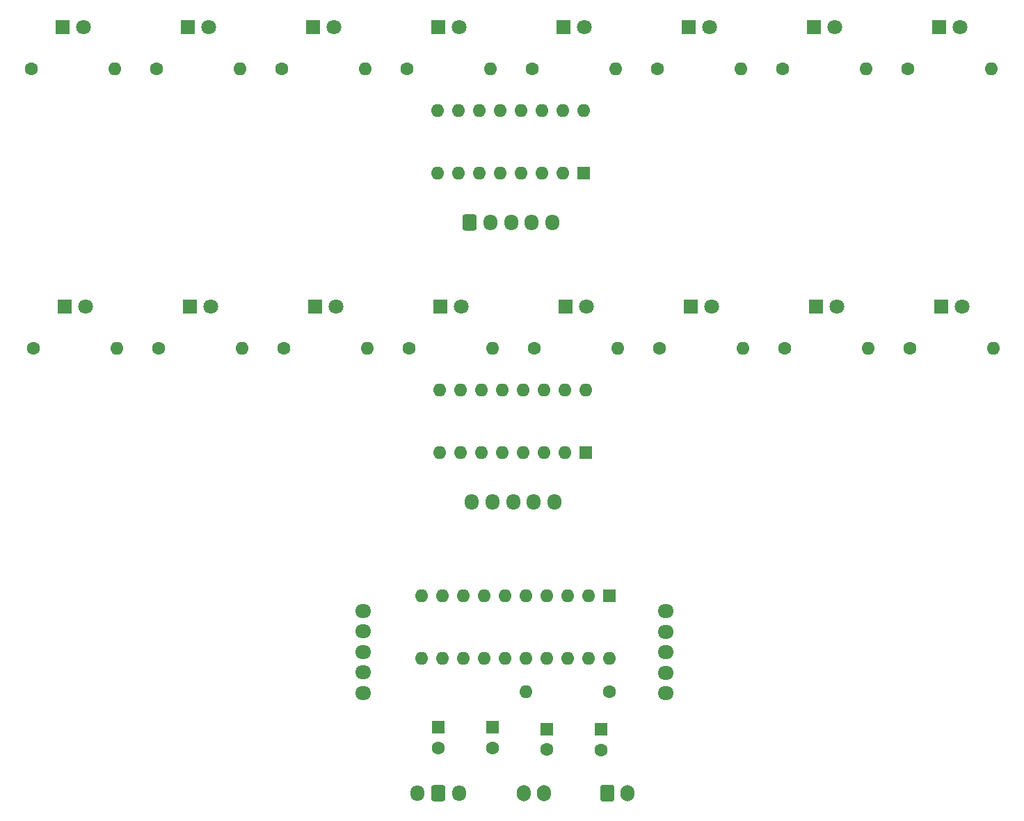
<source format=gbr>
%TF.GenerationSoftware,KiCad,Pcbnew,7.0.9*%
%TF.CreationDate,2025-02-13T17:11:31+01:00*%
%TF.ProjectId,bike lights,62696b65-206c-4696-9768-74732e6b6963,rev?*%
%TF.SameCoordinates,Original*%
%TF.FileFunction,Soldermask,Top*%
%TF.FilePolarity,Negative*%
%FSLAX46Y46*%
G04 Gerber Fmt 4.6, Leading zero omitted, Abs format (unit mm)*
G04 Created by KiCad (PCBNEW 7.0.9) date 2025-02-13 17:11:31*
%MOMM*%
%LPD*%
G01*
G04 APERTURE LIST*
G04 Aperture macros list*
%AMRoundRect*
0 Rectangle with rounded corners*
0 $1 Rounding radius*
0 $2 $3 $4 $5 $6 $7 $8 $9 X,Y pos of 4 corners*
0 Add a 4 corners polygon primitive as box body*
4,1,4,$2,$3,$4,$5,$6,$7,$8,$9,$2,$3,0*
0 Add four circle primitives for the rounded corners*
1,1,$1+$1,$2,$3*
1,1,$1+$1,$4,$5*
1,1,$1+$1,$6,$7*
1,1,$1+$1,$8,$9*
0 Add four rect primitives between the rounded corners*
20,1,$1+$1,$2,$3,$4,$5,0*
20,1,$1+$1,$4,$5,$6,$7,0*
20,1,$1+$1,$6,$7,$8,$9,0*
20,1,$1+$1,$8,$9,$2,$3,0*%
G04 Aperture macros list end*
%ADD10R,1.800000X1.800000*%
%ADD11C,1.800000*%
%ADD12R,1.600000X1.600000*%
%ADD13C,1.600000*%
%ADD14O,1.950000X1.700000*%
%ADD15O,1.600000X1.600000*%
%ADD16O,1.700000X2.000000*%
%ADD17O,1.700000X1.950000*%
%ADD18RoundRect,0.250000X-0.600000X-0.725000X0.600000X-0.725000X0.600000X0.725000X-0.600000X0.725000X0*%
%ADD19RoundRect,0.250000X-0.600000X-0.750000X0.600000X-0.750000X0.600000X0.750000X-0.600000X0.750000X0*%
G04 APERTURE END LIST*
D10*
%TO.C,C*%
X170180000Y-63500000D03*
D11*
X172720000Y-63500000D03*
%TD*%
D12*
%TO.C,C4*%
X139700000Y-148828888D03*
D13*
X139700000Y-151328888D03*
%TD*%
D14*
%TO.C,REF\u002A\u002A*%
X167386000Y-144667000D03*
X167386000Y-142167000D03*
X167386000Y-139667000D03*
X167386000Y-137167000D03*
X167386000Y-134667000D03*
%TD*%
D13*
%TO.C,R4*%
X151384000Y-102616000D03*
D15*
X161544000Y-102616000D03*
%TD*%
D13*
%TO.C,R6*%
X120904000Y-102616000D03*
D15*
X131064000Y-102616000D03*
%TD*%
D10*
%TO.C,F*%
X124460000Y-63500000D03*
D11*
X127000000Y-63500000D03*
%TD*%
D10*
%TO.C,B*%
X185674000Y-97536000D03*
D11*
X188214000Y-97536000D03*
%TD*%
D13*
%TO.C,R5*%
X135890000Y-68580000D03*
D15*
X146050000Y-68580000D03*
%TD*%
D10*
%TO.C,A*%
X200660000Y-63500000D03*
D11*
X203200000Y-63500000D03*
%TD*%
D10*
%TO.C,A*%
X200914000Y-97536000D03*
D11*
X203454000Y-97536000D03*
%TD*%
D13*
%TO.C,R5*%
X136144000Y-102616000D03*
D15*
X146304000Y-102616000D03*
%TD*%
D12*
%TO.C,C3*%
X146304000Y-148828888D03*
D13*
X146304000Y-151328888D03*
%TD*%
%TO.C,R8*%
X90170000Y-68580000D03*
D15*
X100330000Y-68580000D03*
%TD*%
D13*
%TO.C,R7*%
X105664000Y-102616000D03*
D15*
X115824000Y-102616000D03*
%TD*%
D10*
%TO.C,H*%
X93980000Y-63500000D03*
D11*
X96520000Y-63500000D03*
%TD*%
D13*
%TO.C,R1*%
X197104000Y-102616000D03*
D15*
X207264000Y-102616000D03*
%TD*%
D10*
%TO.C,F*%
X124714000Y-97536000D03*
D11*
X127254000Y-97536000D03*
%TD*%
D13*
%TO.C,R2*%
X181610000Y-68580000D03*
D15*
X191770000Y-68580000D03*
%TD*%
D13*
%TO.C,R7*%
X105410000Y-68580000D03*
D15*
X115570000Y-68580000D03*
%TD*%
D16*
%TO.C,SW1*%
X150134000Y-156846000D03*
X152634000Y-156846000D03*
%TD*%
D10*
%TO.C,C*%
X170434000Y-97536000D03*
D11*
X172974000Y-97536000D03*
%TD*%
D13*
%TO.C,R3*%
X166624000Y-102616000D03*
D15*
X176784000Y-102616000D03*
%TD*%
D12*
%TO.C,MSP430G2553*%
X160528000Y-132762000D03*
D15*
X157988000Y-132762000D03*
X155448000Y-132762000D03*
X152908000Y-132762000D03*
X150368000Y-132762000D03*
X147828000Y-132762000D03*
X145288000Y-132762000D03*
X142748000Y-132762000D03*
X140208000Y-132762000D03*
X137668000Y-132762000D03*
X137668000Y-140382000D03*
X140208000Y-140382000D03*
X142748000Y-140382000D03*
X145288000Y-140382000D03*
X147828000Y-140382000D03*
X150368000Y-140382000D03*
X152908000Y-140382000D03*
X155448000Y-140382000D03*
X157988000Y-140382000D03*
X160528000Y-140382000D03*
%TD*%
D13*
%TO.C,R3*%
X166370000Y-68580000D03*
D15*
X176530000Y-68580000D03*
%TD*%
D17*
%TO.C,SW2*%
X137240000Y-156846000D03*
D18*
X139740000Y-156846000D03*
D17*
X142240000Y-156846000D03*
%TD*%
D15*
%TO.C,SN54HC595*%
X157719000Y-107706000D03*
X155179000Y-107706000D03*
X152639000Y-107706000D03*
X150099000Y-107706000D03*
X147559000Y-107706000D03*
X145019000Y-107706000D03*
X142479000Y-107706000D03*
X139939000Y-107706000D03*
X139939000Y-115326000D03*
X142479000Y-115326000D03*
X145019000Y-115326000D03*
X147559000Y-115326000D03*
X150099000Y-115326000D03*
X152639000Y-115326000D03*
X155179000Y-115326000D03*
D12*
X157719000Y-115326000D03*
%TD*%
D10*
%TO.C,G*%
X109474000Y-97536000D03*
D11*
X112014000Y-97536000D03*
%TD*%
D13*
%TO.C,R1*%
X160528000Y-144446000D03*
D15*
X150368000Y-144446000D03*
%TD*%
D14*
%TO.C,REF\u002A\u002A*%
X130556000Y-144620000D03*
X130556000Y-142120000D03*
X130556000Y-139620000D03*
X130556000Y-137120000D03*
X130556000Y-134620000D03*
%TD*%
D17*
%TO.C,REF\u002A\u002A*%
X143844000Y-121366000D03*
X146344000Y-121366000D03*
X148844000Y-121366000D03*
X151344000Y-121366000D03*
X153844000Y-121366000D03*
%TD*%
D13*
%TO.C,R8*%
X90424000Y-102616000D03*
D15*
X100584000Y-102616000D03*
%TD*%
D13*
%TO.C,R1*%
X196850000Y-68580000D03*
D15*
X207010000Y-68580000D03*
%TD*%
D13*
%TO.C,R6*%
X120650000Y-68580000D03*
D15*
X130810000Y-68580000D03*
%TD*%
D10*
%TO.C,D*%
X155194000Y-97536000D03*
D11*
X157734000Y-97536000D03*
%TD*%
D10*
%TO.C,G*%
X109220000Y-63500000D03*
D11*
X111760000Y-63500000D03*
%TD*%
D10*
%TO.C,B*%
X185420000Y-63500000D03*
D11*
X187960000Y-63500000D03*
%TD*%
D10*
%TO.C,H*%
X94234000Y-97536000D03*
D11*
X96774000Y-97536000D03*
%TD*%
D12*
%TO.C,C2*%
X152908000Y-149018000D03*
D13*
X152908000Y-151518000D03*
%TD*%
%TO.C,R4*%
X151130000Y-68580000D03*
D15*
X161290000Y-68580000D03*
%TD*%
D10*
%TO.C,E*%
X139700000Y-63500000D03*
D11*
X142240000Y-63500000D03*
%TD*%
D13*
%TO.C,R2*%
X181864000Y-102616000D03*
D15*
X192024000Y-102616000D03*
%TD*%
D10*
%TO.C,E*%
X139954000Y-97536000D03*
D11*
X142494000Y-97536000D03*
%TD*%
D15*
%TO.C,SN54HC595*%
X157465000Y-73670000D03*
X154925000Y-73670000D03*
X152385000Y-73670000D03*
X149845000Y-73670000D03*
X147305000Y-73670000D03*
X144765000Y-73670000D03*
X142225000Y-73670000D03*
X139685000Y-73670000D03*
X139685000Y-81290000D03*
X142225000Y-81290000D03*
X144765000Y-81290000D03*
X147305000Y-81290000D03*
X149845000Y-81290000D03*
X152385000Y-81290000D03*
X154925000Y-81290000D03*
D12*
X157465000Y-81290000D03*
%TD*%
D19*
%TO.C,PWR*%
X160294000Y-156846000D03*
D16*
X162794000Y-156846000D03*
%TD*%
D18*
%TO.C,REF\u002A\u002A*%
X143590000Y-87330000D03*
D17*
X146090000Y-87330000D03*
X148590000Y-87330000D03*
X151090000Y-87330000D03*
X153590000Y-87330000D03*
%TD*%
D10*
%TO.C,D*%
X154940000Y-63500000D03*
D11*
X157480000Y-63500000D03*
%TD*%
D12*
%TO.C,C1*%
X159512000Y-149058000D03*
D13*
X159512000Y-151558000D03*
%TD*%
M02*

</source>
